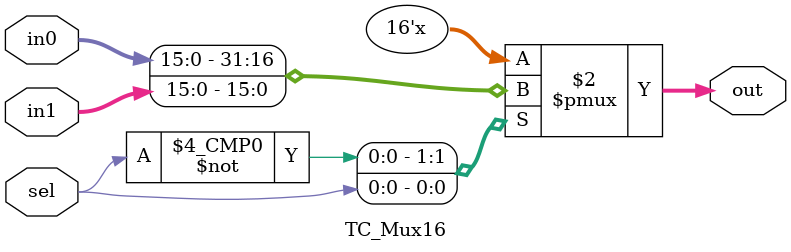
<source format=v>
module TC_Mux16(sel, in0, in1, out);
    input sel;
    input [15:0] in0;
    input [15:0] in1;
    output reg [15:0] out;
    
    always @ (sel or in0 or in1) begin
        case(sel)
        1'b0 : out <= in0;
        1'b1 : out <= in1;
        endcase
    end
endmodule


</source>
